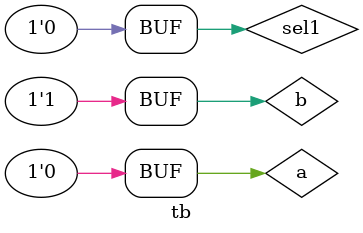
<source format=sv>
module mux(
  input logic sel, a, b,
  output logic op
);
  
  always@(sel,a,b)
    begin
      op <= (~sel && a) + (sel && b);
    end
endmodule

//tb
module tb;
  logic a,b,sel1,op;
  
  mux mux1(
    .sel(sel1),
    .a(a),
    .b(b),
    .op(op)
  );
  
  initial
    begin
      a=0;
      b=1;
      sel1=0;
      #5 sel1=1;
      #5 sel1=0;
    end
  always@(*)
    begin
      $display("time= %0t, a=%b, b=%b, sel=%b, op=%b",$time, a,b,sel1,op);
    end
endmodule

  
</source>
